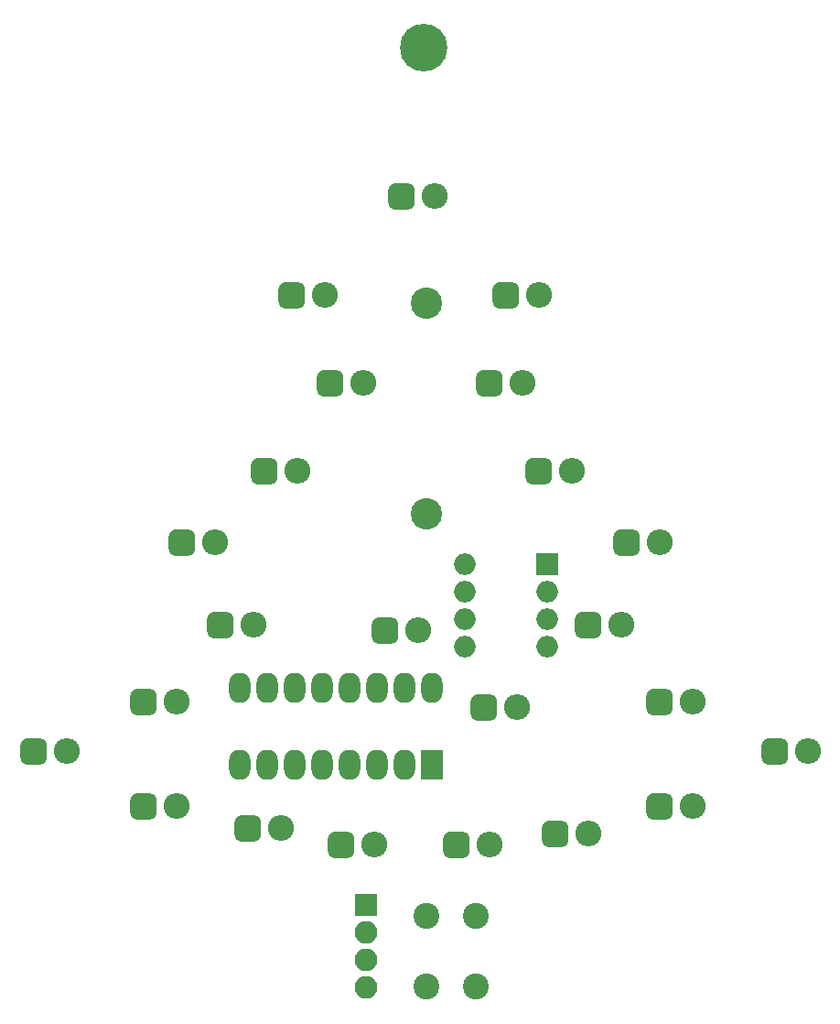
<source format=gbr>
G04 #@! TF.GenerationSoftware,KiCad,Pcbnew,(5.0.0)*
G04 #@! TF.CreationDate,2019-09-06T15:04:35-04:00*
G04 #@! TF.ProjectId,Christmas Tree,4368726973746D617320547265652E6B,rev?*
G04 #@! TF.SameCoordinates,Original*
G04 #@! TF.FileFunction,Soldermask,Bot*
G04 #@! TF.FilePolarity,Negative*
%FSLAX46Y46*%
G04 Gerber Fmt 4.6, Leading zero omitted, Abs format (unit mm)*
G04 Created by KiCad (PCBNEW (5.0.0)) date 09/06/19 15:04:35*
%MOMM*%
%LPD*%
G01*
G04 APERTURE LIST*
%ADD10C,2.900000*%
%ADD11C,2.400000*%
%ADD12R,2.000000X2.000000*%
%ADD13O,2.000000X2.000000*%
%ADD14C,4.400000*%
%ADD15C,0.100000*%
%ADD16O,2.400000X2.400000*%
%ADD17R,2.000000X2.800000*%
%ADD18O,2.000000X2.800000*%
%ADD19O,2.100000X2.100000*%
%ADD20R,2.100000X2.100000*%
G04 APERTURE END LIST*
D10*
G04 #@! TO.C,Battery1*
X133096000Y-100456000D03*
X133096000Y-80956000D03*
G04 #@! TD*
D11*
G04 #@! TO.C,BTN1*
X133168000Y-137668000D03*
X137668000Y-137668000D03*
X133168000Y-144168000D03*
X137668000Y-144168000D03*
G04 #@! TD*
D12*
G04 #@! TO.C,Tiny85*
X144272000Y-105156000D03*
D13*
X136652000Y-112776000D03*
X144272000Y-107696000D03*
X136652000Y-110236000D03*
X144272000Y-110236000D03*
X136652000Y-107696000D03*
X144272000Y-112776000D03*
X136652000Y-105156000D03*
G04 #@! TD*
D14*
G04 #@! TO.C,HOOK*
X132842000Y-57364000D03*
G04 #@! TD*
D15*
G04 #@! TO.C,D1*
G36*
X125884810Y-129866889D02*
X125943054Y-129875529D01*
X126000171Y-129889836D01*
X126055610Y-129909672D01*
X126108838Y-129934847D01*
X126159342Y-129965118D01*
X126206636Y-130000194D01*
X126250264Y-130039736D01*
X126289806Y-130083364D01*
X126324882Y-130130658D01*
X126355153Y-130181162D01*
X126380328Y-130234390D01*
X126400164Y-130289829D01*
X126414471Y-130346946D01*
X126423111Y-130405190D01*
X126426000Y-130464000D01*
X126426000Y-131664000D01*
X126423111Y-131722810D01*
X126414471Y-131781054D01*
X126400164Y-131838171D01*
X126380328Y-131893610D01*
X126355153Y-131946838D01*
X126324882Y-131997342D01*
X126289806Y-132044636D01*
X126250264Y-132088264D01*
X126206636Y-132127806D01*
X126159342Y-132162882D01*
X126108838Y-132193153D01*
X126055610Y-132218328D01*
X126000171Y-132238164D01*
X125943054Y-132252471D01*
X125884810Y-132261111D01*
X125826000Y-132264000D01*
X124626000Y-132264000D01*
X124567190Y-132261111D01*
X124508946Y-132252471D01*
X124451829Y-132238164D01*
X124396390Y-132218328D01*
X124343162Y-132193153D01*
X124292658Y-132162882D01*
X124245364Y-132127806D01*
X124201736Y-132088264D01*
X124162194Y-132044636D01*
X124127118Y-131997342D01*
X124096847Y-131946838D01*
X124071672Y-131893610D01*
X124051836Y-131838171D01*
X124037529Y-131781054D01*
X124028889Y-131722810D01*
X124026000Y-131664000D01*
X124026000Y-130464000D01*
X124028889Y-130405190D01*
X124037529Y-130346946D01*
X124051836Y-130289829D01*
X124071672Y-130234390D01*
X124096847Y-130181162D01*
X124127118Y-130130658D01*
X124162194Y-130083364D01*
X124201736Y-130039736D01*
X124245364Y-130000194D01*
X124292658Y-129965118D01*
X124343162Y-129934847D01*
X124396390Y-129909672D01*
X124451829Y-129889836D01*
X124508946Y-129875529D01*
X124567190Y-129866889D01*
X124626000Y-129864000D01*
X125826000Y-129864000D01*
X125884810Y-129866889D01*
X125884810Y-129866889D01*
G37*
D11*
X125226000Y-131064000D03*
D16*
X128266000Y-131064000D03*
G04 #@! TD*
G04 #@! TO.C,D2*
X119630000Y-129540000D03*
D15*
G36*
X117248810Y-128342889D02*
X117307054Y-128351529D01*
X117364171Y-128365836D01*
X117419610Y-128385672D01*
X117472838Y-128410847D01*
X117523342Y-128441118D01*
X117570636Y-128476194D01*
X117614264Y-128515736D01*
X117653806Y-128559364D01*
X117688882Y-128606658D01*
X117719153Y-128657162D01*
X117744328Y-128710390D01*
X117764164Y-128765829D01*
X117778471Y-128822946D01*
X117787111Y-128881190D01*
X117790000Y-128940000D01*
X117790000Y-130140000D01*
X117787111Y-130198810D01*
X117778471Y-130257054D01*
X117764164Y-130314171D01*
X117744328Y-130369610D01*
X117719153Y-130422838D01*
X117688882Y-130473342D01*
X117653806Y-130520636D01*
X117614264Y-130564264D01*
X117570636Y-130603806D01*
X117523342Y-130638882D01*
X117472838Y-130669153D01*
X117419610Y-130694328D01*
X117364171Y-130714164D01*
X117307054Y-130728471D01*
X117248810Y-130737111D01*
X117190000Y-130740000D01*
X115990000Y-130740000D01*
X115931190Y-130737111D01*
X115872946Y-130728471D01*
X115815829Y-130714164D01*
X115760390Y-130694328D01*
X115707162Y-130669153D01*
X115656658Y-130638882D01*
X115609364Y-130603806D01*
X115565736Y-130564264D01*
X115526194Y-130520636D01*
X115491118Y-130473342D01*
X115460847Y-130422838D01*
X115435672Y-130369610D01*
X115415836Y-130314171D01*
X115401529Y-130257054D01*
X115392889Y-130198810D01*
X115390000Y-130140000D01*
X115390000Y-128940000D01*
X115392889Y-128881190D01*
X115401529Y-128822946D01*
X115415836Y-128765829D01*
X115435672Y-128710390D01*
X115460847Y-128657162D01*
X115491118Y-128606658D01*
X115526194Y-128559364D01*
X115565736Y-128515736D01*
X115609364Y-128476194D01*
X115656658Y-128441118D01*
X115707162Y-128410847D01*
X115760390Y-128385672D01*
X115815829Y-128365836D01*
X115872946Y-128351529D01*
X115931190Y-128342889D01*
X115990000Y-128340000D01*
X117190000Y-128340000D01*
X117248810Y-128342889D01*
X117248810Y-128342889D01*
G37*
D11*
X116590000Y-129540000D03*
G04 #@! TD*
D15*
G04 #@! TO.C,D3*
G36*
X107596810Y-126310889D02*
X107655054Y-126319529D01*
X107712171Y-126333836D01*
X107767610Y-126353672D01*
X107820838Y-126378847D01*
X107871342Y-126409118D01*
X107918636Y-126444194D01*
X107962264Y-126483736D01*
X108001806Y-126527364D01*
X108036882Y-126574658D01*
X108067153Y-126625162D01*
X108092328Y-126678390D01*
X108112164Y-126733829D01*
X108126471Y-126790946D01*
X108135111Y-126849190D01*
X108138000Y-126908000D01*
X108138000Y-128108000D01*
X108135111Y-128166810D01*
X108126471Y-128225054D01*
X108112164Y-128282171D01*
X108092328Y-128337610D01*
X108067153Y-128390838D01*
X108036882Y-128441342D01*
X108001806Y-128488636D01*
X107962264Y-128532264D01*
X107918636Y-128571806D01*
X107871342Y-128606882D01*
X107820838Y-128637153D01*
X107767610Y-128662328D01*
X107712171Y-128682164D01*
X107655054Y-128696471D01*
X107596810Y-128705111D01*
X107538000Y-128708000D01*
X106338000Y-128708000D01*
X106279190Y-128705111D01*
X106220946Y-128696471D01*
X106163829Y-128682164D01*
X106108390Y-128662328D01*
X106055162Y-128637153D01*
X106004658Y-128606882D01*
X105957364Y-128571806D01*
X105913736Y-128532264D01*
X105874194Y-128488636D01*
X105839118Y-128441342D01*
X105808847Y-128390838D01*
X105783672Y-128337610D01*
X105763836Y-128282171D01*
X105749529Y-128225054D01*
X105740889Y-128166810D01*
X105738000Y-128108000D01*
X105738000Y-126908000D01*
X105740889Y-126849190D01*
X105749529Y-126790946D01*
X105763836Y-126733829D01*
X105783672Y-126678390D01*
X105808847Y-126625162D01*
X105839118Y-126574658D01*
X105874194Y-126527364D01*
X105913736Y-126483736D01*
X105957364Y-126444194D01*
X106004658Y-126409118D01*
X106055162Y-126378847D01*
X106108390Y-126353672D01*
X106163829Y-126333836D01*
X106220946Y-126319529D01*
X106279190Y-126310889D01*
X106338000Y-126308000D01*
X107538000Y-126308000D01*
X107596810Y-126310889D01*
X107596810Y-126310889D01*
G37*
D11*
X106938000Y-127508000D03*
D16*
X109978000Y-127508000D03*
G04 #@! TD*
G04 #@! TO.C,D4*
X99818000Y-122428000D03*
D15*
G36*
X97436810Y-121230889D02*
X97495054Y-121239529D01*
X97552171Y-121253836D01*
X97607610Y-121273672D01*
X97660838Y-121298847D01*
X97711342Y-121329118D01*
X97758636Y-121364194D01*
X97802264Y-121403736D01*
X97841806Y-121447364D01*
X97876882Y-121494658D01*
X97907153Y-121545162D01*
X97932328Y-121598390D01*
X97952164Y-121653829D01*
X97966471Y-121710946D01*
X97975111Y-121769190D01*
X97978000Y-121828000D01*
X97978000Y-123028000D01*
X97975111Y-123086810D01*
X97966471Y-123145054D01*
X97952164Y-123202171D01*
X97932328Y-123257610D01*
X97907153Y-123310838D01*
X97876882Y-123361342D01*
X97841806Y-123408636D01*
X97802264Y-123452264D01*
X97758636Y-123491806D01*
X97711342Y-123526882D01*
X97660838Y-123557153D01*
X97607610Y-123582328D01*
X97552171Y-123602164D01*
X97495054Y-123616471D01*
X97436810Y-123625111D01*
X97378000Y-123628000D01*
X96178000Y-123628000D01*
X96119190Y-123625111D01*
X96060946Y-123616471D01*
X96003829Y-123602164D01*
X95948390Y-123582328D01*
X95895162Y-123557153D01*
X95844658Y-123526882D01*
X95797364Y-123491806D01*
X95753736Y-123452264D01*
X95714194Y-123408636D01*
X95679118Y-123361342D01*
X95648847Y-123310838D01*
X95623672Y-123257610D01*
X95603836Y-123202171D01*
X95589529Y-123145054D01*
X95580889Y-123086810D01*
X95578000Y-123028000D01*
X95578000Y-121828000D01*
X95580889Y-121769190D01*
X95589529Y-121710946D01*
X95603836Y-121653829D01*
X95623672Y-121598390D01*
X95648847Y-121545162D01*
X95679118Y-121494658D01*
X95714194Y-121447364D01*
X95753736Y-121403736D01*
X95797364Y-121364194D01*
X95844658Y-121329118D01*
X95895162Y-121298847D01*
X95948390Y-121273672D01*
X96003829Y-121253836D01*
X96060946Y-121239529D01*
X96119190Y-121230889D01*
X96178000Y-121228000D01*
X97378000Y-121228000D01*
X97436810Y-121230889D01*
X97436810Y-121230889D01*
G37*
D11*
X96778000Y-122428000D03*
G04 #@! TD*
D15*
G04 #@! TO.C,D5*
G36*
X107596810Y-116658889D02*
X107655054Y-116667529D01*
X107712171Y-116681836D01*
X107767610Y-116701672D01*
X107820838Y-116726847D01*
X107871342Y-116757118D01*
X107918636Y-116792194D01*
X107962264Y-116831736D01*
X108001806Y-116875364D01*
X108036882Y-116922658D01*
X108067153Y-116973162D01*
X108092328Y-117026390D01*
X108112164Y-117081829D01*
X108126471Y-117138946D01*
X108135111Y-117197190D01*
X108138000Y-117256000D01*
X108138000Y-118456000D01*
X108135111Y-118514810D01*
X108126471Y-118573054D01*
X108112164Y-118630171D01*
X108092328Y-118685610D01*
X108067153Y-118738838D01*
X108036882Y-118789342D01*
X108001806Y-118836636D01*
X107962264Y-118880264D01*
X107918636Y-118919806D01*
X107871342Y-118954882D01*
X107820838Y-118985153D01*
X107767610Y-119010328D01*
X107712171Y-119030164D01*
X107655054Y-119044471D01*
X107596810Y-119053111D01*
X107538000Y-119056000D01*
X106338000Y-119056000D01*
X106279190Y-119053111D01*
X106220946Y-119044471D01*
X106163829Y-119030164D01*
X106108390Y-119010328D01*
X106055162Y-118985153D01*
X106004658Y-118954882D01*
X105957364Y-118919806D01*
X105913736Y-118880264D01*
X105874194Y-118836636D01*
X105839118Y-118789342D01*
X105808847Y-118738838D01*
X105783672Y-118685610D01*
X105763836Y-118630171D01*
X105749529Y-118573054D01*
X105740889Y-118514810D01*
X105738000Y-118456000D01*
X105738000Y-117256000D01*
X105740889Y-117197190D01*
X105749529Y-117138946D01*
X105763836Y-117081829D01*
X105783672Y-117026390D01*
X105808847Y-116973162D01*
X105839118Y-116922658D01*
X105874194Y-116875364D01*
X105913736Y-116831736D01*
X105957364Y-116792194D01*
X106004658Y-116757118D01*
X106055162Y-116726847D01*
X106108390Y-116701672D01*
X106163829Y-116681836D01*
X106220946Y-116667529D01*
X106279190Y-116658889D01*
X106338000Y-116656000D01*
X107538000Y-116656000D01*
X107596810Y-116658889D01*
X107596810Y-116658889D01*
G37*
D11*
X106938000Y-117856000D03*
D16*
X109978000Y-117856000D03*
G04 #@! TD*
G04 #@! TO.C,D6*
X117090000Y-110744000D03*
D15*
G36*
X114708810Y-109546889D02*
X114767054Y-109555529D01*
X114824171Y-109569836D01*
X114879610Y-109589672D01*
X114932838Y-109614847D01*
X114983342Y-109645118D01*
X115030636Y-109680194D01*
X115074264Y-109719736D01*
X115113806Y-109763364D01*
X115148882Y-109810658D01*
X115179153Y-109861162D01*
X115204328Y-109914390D01*
X115224164Y-109969829D01*
X115238471Y-110026946D01*
X115247111Y-110085190D01*
X115250000Y-110144000D01*
X115250000Y-111344000D01*
X115247111Y-111402810D01*
X115238471Y-111461054D01*
X115224164Y-111518171D01*
X115204328Y-111573610D01*
X115179153Y-111626838D01*
X115148882Y-111677342D01*
X115113806Y-111724636D01*
X115074264Y-111768264D01*
X115030636Y-111807806D01*
X114983342Y-111842882D01*
X114932838Y-111873153D01*
X114879610Y-111898328D01*
X114824171Y-111918164D01*
X114767054Y-111932471D01*
X114708810Y-111941111D01*
X114650000Y-111944000D01*
X113450000Y-111944000D01*
X113391190Y-111941111D01*
X113332946Y-111932471D01*
X113275829Y-111918164D01*
X113220390Y-111898328D01*
X113167162Y-111873153D01*
X113116658Y-111842882D01*
X113069364Y-111807806D01*
X113025736Y-111768264D01*
X112986194Y-111724636D01*
X112951118Y-111677342D01*
X112920847Y-111626838D01*
X112895672Y-111573610D01*
X112875836Y-111518171D01*
X112861529Y-111461054D01*
X112852889Y-111402810D01*
X112850000Y-111344000D01*
X112850000Y-110144000D01*
X112852889Y-110085190D01*
X112861529Y-110026946D01*
X112875836Y-109969829D01*
X112895672Y-109914390D01*
X112920847Y-109861162D01*
X112951118Y-109810658D01*
X112986194Y-109763364D01*
X113025736Y-109719736D01*
X113069364Y-109680194D01*
X113116658Y-109645118D01*
X113167162Y-109614847D01*
X113220390Y-109589672D01*
X113275829Y-109569836D01*
X113332946Y-109555529D01*
X113391190Y-109546889D01*
X113450000Y-109544000D01*
X114650000Y-109544000D01*
X114708810Y-109546889D01*
X114708810Y-109546889D01*
G37*
D11*
X114050000Y-110744000D03*
G04 #@! TD*
D15*
G04 #@! TO.C,D7*
G36*
X111152810Y-101926889D02*
X111211054Y-101935529D01*
X111268171Y-101949836D01*
X111323610Y-101969672D01*
X111376838Y-101994847D01*
X111427342Y-102025118D01*
X111474636Y-102060194D01*
X111518264Y-102099736D01*
X111557806Y-102143364D01*
X111592882Y-102190658D01*
X111623153Y-102241162D01*
X111648328Y-102294390D01*
X111668164Y-102349829D01*
X111682471Y-102406946D01*
X111691111Y-102465190D01*
X111694000Y-102524000D01*
X111694000Y-103724000D01*
X111691111Y-103782810D01*
X111682471Y-103841054D01*
X111668164Y-103898171D01*
X111648328Y-103953610D01*
X111623153Y-104006838D01*
X111592882Y-104057342D01*
X111557806Y-104104636D01*
X111518264Y-104148264D01*
X111474636Y-104187806D01*
X111427342Y-104222882D01*
X111376838Y-104253153D01*
X111323610Y-104278328D01*
X111268171Y-104298164D01*
X111211054Y-104312471D01*
X111152810Y-104321111D01*
X111094000Y-104324000D01*
X109894000Y-104324000D01*
X109835190Y-104321111D01*
X109776946Y-104312471D01*
X109719829Y-104298164D01*
X109664390Y-104278328D01*
X109611162Y-104253153D01*
X109560658Y-104222882D01*
X109513364Y-104187806D01*
X109469736Y-104148264D01*
X109430194Y-104104636D01*
X109395118Y-104057342D01*
X109364847Y-104006838D01*
X109339672Y-103953610D01*
X109319836Y-103898171D01*
X109305529Y-103841054D01*
X109296889Y-103782810D01*
X109294000Y-103724000D01*
X109294000Y-102524000D01*
X109296889Y-102465190D01*
X109305529Y-102406946D01*
X109319836Y-102349829D01*
X109339672Y-102294390D01*
X109364847Y-102241162D01*
X109395118Y-102190658D01*
X109430194Y-102143364D01*
X109469736Y-102099736D01*
X109513364Y-102060194D01*
X109560658Y-102025118D01*
X109611162Y-101994847D01*
X109664390Y-101969672D01*
X109719829Y-101949836D01*
X109776946Y-101935529D01*
X109835190Y-101926889D01*
X109894000Y-101924000D01*
X111094000Y-101924000D01*
X111152810Y-101926889D01*
X111152810Y-101926889D01*
G37*
D11*
X110494000Y-103124000D03*
D16*
X113534000Y-103124000D03*
G04 #@! TD*
G04 #@! TO.C,D8*
X121154000Y-96520000D03*
D15*
G36*
X118772810Y-95322889D02*
X118831054Y-95331529D01*
X118888171Y-95345836D01*
X118943610Y-95365672D01*
X118996838Y-95390847D01*
X119047342Y-95421118D01*
X119094636Y-95456194D01*
X119138264Y-95495736D01*
X119177806Y-95539364D01*
X119212882Y-95586658D01*
X119243153Y-95637162D01*
X119268328Y-95690390D01*
X119288164Y-95745829D01*
X119302471Y-95802946D01*
X119311111Y-95861190D01*
X119314000Y-95920000D01*
X119314000Y-97120000D01*
X119311111Y-97178810D01*
X119302471Y-97237054D01*
X119288164Y-97294171D01*
X119268328Y-97349610D01*
X119243153Y-97402838D01*
X119212882Y-97453342D01*
X119177806Y-97500636D01*
X119138264Y-97544264D01*
X119094636Y-97583806D01*
X119047342Y-97618882D01*
X118996838Y-97649153D01*
X118943610Y-97674328D01*
X118888171Y-97694164D01*
X118831054Y-97708471D01*
X118772810Y-97717111D01*
X118714000Y-97720000D01*
X117514000Y-97720000D01*
X117455190Y-97717111D01*
X117396946Y-97708471D01*
X117339829Y-97694164D01*
X117284390Y-97674328D01*
X117231162Y-97649153D01*
X117180658Y-97618882D01*
X117133364Y-97583806D01*
X117089736Y-97544264D01*
X117050194Y-97500636D01*
X117015118Y-97453342D01*
X116984847Y-97402838D01*
X116959672Y-97349610D01*
X116939836Y-97294171D01*
X116925529Y-97237054D01*
X116916889Y-97178810D01*
X116914000Y-97120000D01*
X116914000Y-95920000D01*
X116916889Y-95861190D01*
X116925529Y-95802946D01*
X116939836Y-95745829D01*
X116959672Y-95690390D01*
X116984847Y-95637162D01*
X117015118Y-95586658D01*
X117050194Y-95539364D01*
X117089736Y-95495736D01*
X117133364Y-95456194D01*
X117180658Y-95421118D01*
X117231162Y-95390847D01*
X117284390Y-95365672D01*
X117339829Y-95345836D01*
X117396946Y-95331529D01*
X117455190Y-95322889D01*
X117514000Y-95320000D01*
X118714000Y-95320000D01*
X118772810Y-95322889D01*
X118772810Y-95322889D01*
G37*
D11*
X118114000Y-96520000D03*
G04 #@! TD*
D15*
G04 #@! TO.C,D9*
G36*
X124868810Y-87194889D02*
X124927054Y-87203529D01*
X124984171Y-87217836D01*
X125039610Y-87237672D01*
X125092838Y-87262847D01*
X125143342Y-87293118D01*
X125190636Y-87328194D01*
X125234264Y-87367736D01*
X125273806Y-87411364D01*
X125308882Y-87458658D01*
X125339153Y-87509162D01*
X125364328Y-87562390D01*
X125384164Y-87617829D01*
X125398471Y-87674946D01*
X125407111Y-87733190D01*
X125410000Y-87792000D01*
X125410000Y-88992000D01*
X125407111Y-89050810D01*
X125398471Y-89109054D01*
X125384164Y-89166171D01*
X125364328Y-89221610D01*
X125339153Y-89274838D01*
X125308882Y-89325342D01*
X125273806Y-89372636D01*
X125234264Y-89416264D01*
X125190636Y-89455806D01*
X125143342Y-89490882D01*
X125092838Y-89521153D01*
X125039610Y-89546328D01*
X124984171Y-89566164D01*
X124927054Y-89580471D01*
X124868810Y-89589111D01*
X124810000Y-89592000D01*
X123610000Y-89592000D01*
X123551190Y-89589111D01*
X123492946Y-89580471D01*
X123435829Y-89566164D01*
X123380390Y-89546328D01*
X123327162Y-89521153D01*
X123276658Y-89490882D01*
X123229364Y-89455806D01*
X123185736Y-89416264D01*
X123146194Y-89372636D01*
X123111118Y-89325342D01*
X123080847Y-89274838D01*
X123055672Y-89221610D01*
X123035836Y-89166171D01*
X123021529Y-89109054D01*
X123012889Y-89050810D01*
X123010000Y-88992000D01*
X123010000Y-87792000D01*
X123012889Y-87733190D01*
X123021529Y-87674946D01*
X123035836Y-87617829D01*
X123055672Y-87562390D01*
X123080847Y-87509162D01*
X123111118Y-87458658D01*
X123146194Y-87411364D01*
X123185736Y-87367736D01*
X123229364Y-87328194D01*
X123276658Y-87293118D01*
X123327162Y-87262847D01*
X123380390Y-87237672D01*
X123435829Y-87217836D01*
X123492946Y-87203529D01*
X123551190Y-87194889D01*
X123610000Y-87192000D01*
X124810000Y-87192000D01*
X124868810Y-87194889D01*
X124868810Y-87194889D01*
G37*
D11*
X124210000Y-88392000D03*
D16*
X127250000Y-88392000D03*
G04 #@! TD*
D15*
G04 #@! TO.C,D10*
G36*
X121312810Y-79066889D02*
X121371054Y-79075529D01*
X121428171Y-79089836D01*
X121483610Y-79109672D01*
X121536838Y-79134847D01*
X121587342Y-79165118D01*
X121634636Y-79200194D01*
X121678264Y-79239736D01*
X121717806Y-79283364D01*
X121752882Y-79330658D01*
X121783153Y-79381162D01*
X121808328Y-79434390D01*
X121828164Y-79489829D01*
X121842471Y-79546946D01*
X121851111Y-79605190D01*
X121854000Y-79664000D01*
X121854000Y-80864000D01*
X121851111Y-80922810D01*
X121842471Y-80981054D01*
X121828164Y-81038171D01*
X121808328Y-81093610D01*
X121783153Y-81146838D01*
X121752882Y-81197342D01*
X121717806Y-81244636D01*
X121678264Y-81288264D01*
X121634636Y-81327806D01*
X121587342Y-81362882D01*
X121536838Y-81393153D01*
X121483610Y-81418328D01*
X121428171Y-81438164D01*
X121371054Y-81452471D01*
X121312810Y-81461111D01*
X121254000Y-81464000D01*
X120054000Y-81464000D01*
X119995190Y-81461111D01*
X119936946Y-81452471D01*
X119879829Y-81438164D01*
X119824390Y-81418328D01*
X119771162Y-81393153D01*
X119720658Y-81362882D01*
X119673364Y-81327806D01*
X119629736Y-81288264D01*
X119590194Y-81244636D01*
X119555118Y-81197342D01*
X119524847Y-81146838D01*
X119499672Y-81093610D01*
X119479836Y-81038171D01*
X119465529Y-80981054D01*
X119456889Y-80922810D01*
X119454000Y-80864000D01*
X119454000Y-79664000D01*
X119456889Y-79605190D01*
X119465529Y-79546946D01*
X119479836Y-79489829D01*
X119499672Y-79434390D01*
X119524847Y-79381162D01*
X119555118Y-79330658D01*
X119590194Y-79283364D01*
X119629736Y-79239736D01*
X119673364Y-79200194D01*
X119720658Y-79165118D01*
X119771162Y-79134847D01*
X119824390Y-79109672D01*
X119879829Y-79089836D01*
X119936946Y-79075529D01*
X119995190Y-79066889D01*
X120054000Y-79064000D01*
X121254000Y-79064000D01*
X121312810Y-79066889D01*
X121312810Y-79066889D01*
G37*
D11*
X120654000Y-80264000D03*
D16*
X123694000Y-80264000D03*
G04 #@! TD*
G04 #@! TO.C,D11*
X133854000Y-71120000D03*
D15*
G36*
X131472810Y-69922889D02*
X131531054Y-69931529D01*
X131588171Y-69945836D01*
X131643610Y-69965672D01*
X131696838Y-69990847D01*
X131747342Y-70021118D01*
X131794636Y-70056194D01*
X131838264Y-70095736D01*
X131877806Y-70139364D01*
X131912882Y-70186658D01*
X131943153Y-70237162D01*
X131968328Y-70290390D01*
X131988164Y-70345829D01*
X132002471Y-70402946D01*
X132011111Y-70461190D01*
X132014000Y-70520000D01*
X132014000Y-71720000D01*
X132011111Y-71778810D01*
X132002471Y-71837054D01*
X131988164Y-71894171D01*
X131968328Y-71949610D01*
X131943153Y-72002838D01*
X131912882Y-72053342D01*
X131877806Y-72100636D01*
X131838264Y-72144264D01*
X131794636Y-72183806D01*
X131747342Y-72218882D01*
X131696838Y-72249153D01*
X131643610Y-72274328D01*
X131588171Y-72294164D01*
X131531054Y-72308471D01*
X131472810Y-72317111D01*
X131414000Y-72320000D01*
X130214000Y-72320000D01*
X130155190Y-72317111D01*
X130096946Y-72308471D01*
X130039829Y-72294164D01*
X129984390Y-72274328D01*
X129931162Y-72249153D01*
X129880658Y-72218882D01*
X129833364Y-72183806D01*
X129789736Y-72144264D01*
X129750194Y-72100636D01*
X129715118Y-72053342D01*
X129684847Y-72002838D01*
X129659672Y-71949610D01*
X129639836Y-71894171D01*
X129625529Y-71837054D01*
X129616889Y-71778810D01*
X129614000Y-71720000D01*
X129614000Y-70520000D01*
X129616889Y-70461190D01*
X129625529Y-70402946D01*
X129639836Y-70345829D01*
X129659672Y-70290390D01*
X129684847Y-70237162D01*
X129715118Y-70186658D01*
X129750194Y-70139364D01*
X129789736Y-70095736D01*
X129833364Y-70056194D01*
X129880658Y-70021118D01*
X129931162Y-69990847D01*
X129984390Y-69965672D01*
X130039829Y-69945836D01*
X130096946Y-69931529D01*
X130155190Y-69922889D01*
X130214000Y-69920000D01*
X131414000Y-69920000D01*
X131472810Y-69922889D01*
X131472810Y-69922889D01*
G37*
D11*
X130814000Y-71120000D03*
G04 #@! TD*
D15*
G04 #@! TO.C,D12*
G36*
X141124810Y-79066889D02*
X141183054Y-79075529D01*
X141240171Y-79089836D01*
X141295610Y-79109672D01*
X141348838Y-79134847D01*
X141399342Y-79165118D01*
X141446636Y-79200194D01*
X141490264Y-79239736D01*
X141529806Y-79283364D01*
X141564882Y-79330658D01*
X141595153Y-79381162D01*
X141620328Y-79434390D01*
X141640164Y-79489829D01*
X141654471Y-79546946D01*
X141663111Y-79605190D01*
X141666000Y-79664000D01*
X141666000Y-80864000D01*
X141663111Y-80922810D01*
X141654471Y-80981054D01*
X141640164Y-81038171D01*
X141620328Y-81093610D01*
X141595153Y-81146838D01*
X141564882Y-81197342D01*
X141529806Y-81244636D01*
X141490264Y-81288264D01*
X141446636Y-81327806D01*
X141399342Y-81362882D01*
X141348838Y-81393153D01*
X141295610Y-81418328D01*
X141240171Y-81438164D01*
X141183054Y-81452471D01*
X141124810Y-81461111D01*
X141066000Y-81464000D01*
X139866000Y-81464000D01*
X139807190Y-81461111D01*
X139748946Y-81452471D01*
X139691829Y-81438164D01*
X139636390Y-81418328D01*
X139583162Y-81393153D01*
X139532658Y-81362882D01*
X139485364Y-81327806D01*
X139441736Y-81288264D01*
X139402194Y-81244636D01*
X139367118Y-81197342D01*
X139336847Y-81146838D01*
X139311672Y-81093610D01*
X139291836Y-81038171D01*
X139277529Y-80981054D01*
X139268889Y-80922810D01*
X139266000Y-80864000D01*
X139266000Y-79664000D01*
X139268889Y-79605190D01*
X139277529Y-79546946D01*
X139291836Y-79489829D01*
X139311672Y-79434390D01*
X139336847Y-79381162D01*
X139367118Y-79330658D01*
X139402194Y-79283364D01*
X139441736Y-79239736D01*
X139485364Y-79200194D01*
X139532658Y-79165118D01*
X139583162Y-79134847D01*
X139636390Y-79109672D01*
X139691829Y-79089836D01*
X139748946Y-79075529D01*
X139807190Y-79066889D01*
X139866000Y-79064000D01*
X141066000Y-79064000D01*
X141124810Y-79066889D01*
X141124810Y-79066889D01*
G37*
D11*
X140466000Y-80264000D03*
D16*
X143506000Y-80264000D03*
G04 #@! TD*
G04 #@! TO.C,D13*
X141982000Y-88392000D03*
D15*
G36*
X139600810Y-87194889D02*
X139659054Y-87203529D01*
X139716171Y-87217836D01*
X139771610Y-87237672D01*
X139824838Y-87262847D01*
X139875342Y-87293118D01*
X139922636Y-87328194D01*
X139966264Y-87367736D01*
X140005806Y-87411364D01*
X140040882Y-87458658D01*
X140071153Y-87509162D01*
X140096328Y-87562390D01*
X140116164Y-87617829D01*
X140130471Y-87674946D01*
X140139111Y-87733190D01*
X140142000Y-87792000D01*
X140142000Y-88992000D01*
X140139111Y-89050810D01*
X140130471Y-89109054D01*
X140116164Y-89166171D01*
X140096328Y-89221610D01*
X140071153Y-89274838D01*
X140040882Y-89325342D01*
X140005806Y-89372636D01*
X139966264Y-89416264D01*
X139922636Y-89455806D01*
X139875342Y-89490882D01*
X139824838Y-89521153D01*
X139771610Y-89546328D01*
X139716171Y-89566164D01*
X139659054Y-89580471D01*
X139600810Y-89589111D01*
X139542000Y-89592000D01*
X138342000Y-89592000D01*
X138283190Y-89589111D01*
X138224946Y-89580471D01*
X138167829Y-89566164D01*
X138112390Y-89546328D01*
X138059162Y-89521153D01*
X138008658Y-89490882D01*
X137961364Y-89455806D01*
X137917736Y-89416264D01*
X137878194Y-89372636D01*
X137843118Y-89325342D01*
X137812847Y-89274838D01*
X137787672Y-89221610D01*
X137767836Y-89166171D01*
X137753529Y-89109054D01*
X137744889Y-89050810D01*
X137742000Y-88992000D01*
X137742000Y-87792000D01*
X137744889Y-87733190D01*
X137753529Y-87674946D01*
X137767836Y-87617829D01*
X137787672Y-87562390D01*
X137812847Y-87509162D01*
X137843118Y-87458658D01*
X137878194Y-87411364D01*
X137917736Y-87367736D01*
X137961364Y-87328194D01*
X138008658Y-87293118D01*
X138059162Y-87262847D01*
X138112390Y-87237672D01*
X138167829Y-87217836D01*
X138224946Y-87203529D01*
X138283190Y-87194889D01*
X138342000Y-87192000D01*
X139542000Y-87192000D01*
X139600810Y-87194889D01*
X139600810Y-87194889D01*
G37*
D11*
X138942000Y-88392000D03*
G04 #@! TD*
D15*
G04 #@! TO.C,D14*
G36*
X144172810Y-95322889D02*
X144231054Y-95331529D01*
X144288171Y-95345836D01*
X144343610Y-95365672D01*
X144396838Y-95390847D01*
X144447342Y-95421118D01*
X144494636Y-95456194D01*
X144538264Y-95495736D01*
X144577806Y-95539364D01*
X144612882Y-95586658D01*
X144643153Y-95637162D01*
X144668328Y-95690390D01*
X144688164Y-95745829D01*
X144702471Y-95802946D01*
X144711111Y-95861190D01*
X144714000Y-95920000D01*
X144714000Y-97120000D01*
X144711111Y-97178810D01*
X144702471Y-97237054D01*
X144688164Y-97294171D01*
X144668328Y-97349610D01*
X144643153Y-97402838D01*
X144612882Y-97453342D01*
X144577806Y-97500636D01*
X144538264Y-97544264D01*
X144494636Y-97583806D01*
X144447342Y-97618882D01*
X144396838Y-97649153D01*
X144343610Y-97674328D01*
X144288171Y-97694164D01*
X144231054Y-97708471D01*
X144172810Y-97717111D01*
X144114000Y-97720000D01*
X142914000Y-97720000D01*
X142855190Y-97717111D01*
X142796946Y-97708471D01*
X142739829Y-97694164D01*
X142684390Y-97674328D01*
X142631162Y-97649153D01*
X142580658Y-97618882D01*
X142533364Y-97583806D01*
X142489736Y-97544264D01*
X142450194Y-97500636D01*
X142415118Y-97453342D01*
X142384847Y-97402838D01*
X142359672Y-97349610D01*
X142339836Y-97294171D01*
X142325529Y-97237054D01*
X142316889Y-97178810D01*
X142314000Y-97120000D01*
X142314000Y-95920000D01*
X142316889Y-95861190D01*
X142325529Y-95802946D01*
X142339836Y-95745829D01*
X142359672Y-95690390D01*
X142384847Y-95637162D01*
X142415118Y-95586658D01*
X142450194Y-95539364D01*
X142489736Y-95495736D01*
X142533364Y-95456194D01*
X142580658Y-95421118D01*
X142631162Y-95390847D01*
X142684390Y-95365672D01*
X142739829Y-95345836D01*
X142796946Y-95331529D01*
X142855190Y-95322889D01*
X142914000Y-95320000D01*
X144114000Y-95320000D01*
X144172810Y-95322889D01*
X144172810Y-95322889D01*
G37*
D11*
X143514000Y-96520000D03*
D16*
X146554000Y-96520000D03*
G04 #@! TD*
G04 #@! TO.C,D15*
X154682000Y-103124000D03*
D15*
G36*
X152300810Y-101926889D02*
X152359054Y-101935529D01*
X152416171Y-101949836D01*
X152471610Y-101969672D01*
X152524838Y-101994847D01*
X152575342Y-102025118D01*
X152622636Y-102060194D01*
X152666264Y-102099736D01*
X152705806Y-102143364D01*
X152740882Y-102190658D01*
X152771153Y-102241162D01*
X152796328Y-102294390D01*
X152816164Y-102349829D01*
X152830471Y-102406946D01*
X152839111Y-102465190D01*
X152842000Y-102524000D01*
X152842000Y-103724000D01*
X152839111Y-103782810D01*
X152830471Y-103841054D01*
X152816164Y-103898171D01*
X152796328Y-103953610D01*
X152771153Y-104006838D01*
X152740882Y-104057342D01*
X152705806Y-104104636D01*
X152666264Y-104148264D01*
X152622636Y-104187806D01*
X152575342Y-104222882D01*
X152524838Y-104253153D01*
X152471610Y-104278328D01*
X152416171Y-104298164D01*
X152359054Y-104312471D01*
X152300810Y-104321111D01*
X152242000Y-104324000D01*
X151042000Y-104324000D01*
X150983190Y-104321111D01*
X150924946Y-104312471D01*
X150867829Y-104298164D01*
X150812390Y-104278328D01*
X150759162Y-104253153D01*
X150708658Y-104222882D01*
X150661364Y-104187806D01*
X150617736Y-104148264D01*
X150578194Y-104104636D01*
X150543118Y-104057342D01*
X150512847Y-104006838D01*
X150487672Y-103953610D01*
X150467836Y-103898171D01*
X150453529Y-103841054D01*
X150444889Y-103782810D01*
X150442000Y-103724000D01*
X150442000Y-102524000D01*
X150444889Y-102465190D01*
X150453529Y-102406946D01*
X150467836Y-102349829D01*
X150487672Y-102294390D01*
X150512847Y-102241162D01*
X150543118Y-102190658D01*
X150578194Y-102143364D01*
X150617736Y-102099736D01*
X150661364Y-102060194D01*
X150708658Y-102025118D01*
X150759162Y-101994847D01*
X150812390Y-101969672D01*
X150867829Y-101949836D01*
X150924946Y-101935529D01*
X150983190Y-101926889D01*
X151042000Y-101924000D01*
X152242000Y-101924000D01*
X152300810Y-101926889D01*
X152300810Y-101926889D01*
G37*
D11*
X151642000Y-103124000D03*
G04 #@! TD*
D15*
G04 #@! TO.C,D16*
G36*
X148744810Y-109546889D02*
X148803054Y-109555529D01*
X148860171Y-109569836D01*
X148915610Y-109589672D01*
X148968838Y-109614847D01*
X149019342Y-109645118D01*
X149066636Y-109680194D01*
X149110264Y-109719736D01*
X149149806Y-109763364D01*
X149184882Y-109810658D01*
X149215153Y-109861162D01*
X149240328Y-109914390D01*
X149260164Y-109969829D01*
X149274471Y-110026946D01*
X149283111Y-110085190D01*
X149286000Y-110144000D01*
X149286000Y-111344000D01*
X149283111Y-111402810D01*
X149274471Y-111461054D01*
X149260164Y-111518171D01*
X149240328Y-111573610D01*
X149215153Y-111626838D01*
X149184882Y-111677342D01*
X149149806Y-111724636D01*
X149110264Y-111768264D01*
X149066636Y-111807806D01*
X149019342Y-111842882D01*
X148968838Y-111873153D01*
X148915610Y-111898328D01*
X148860171Y-111918164D01*
X148803054Y-111932471D01*
X148744810Y-111941111D01*
X148686000Y-111944000D01*
X147486000Y-111944000D01*
X147427190Y-111941111D01*
X147368946Y-111932471D01*
X147311829Y-111918164D01*
X147256390Y-111898328D01*
X147203162Y-111873153D01*
X147152658Y-111842882D01*
X147105364Y-111807806D01*
X147061736Y-111768264D01*
X147022194Y-111724636D01*
X146987118Y-111677342D01*
X146956847Y-111626838D01*
X146931672Y-111573610D01*
X146911836Y-111518171D01*
X146897529Y-111461054D01*
X146888889Y-111402810D01*
X146886000Y-111344000D01*
X146886000Y-110144000D01*
X146888889Y-110085190D01*
X146897529Y-110026946D01*
X146911836Y-109969829D01*
X146931672Y-109914390D01*
X146956847Y-109861162D01*
X146987118Y-109810658D01*
X147022194Y-109763364D01*
X147061736Y-109719736D01*
X147105364Y-109680194D01*
X147152658Y-109645118D01*
X147203162Y-109614847D01*
X147256390Y-109589672D01*
X147311829Y-109569836D01*
X147368946Y-109555529D01*
X147427190Y-109546889D01*
X147486000Y-109544000D01*
X148686000Y-109544000D01*
X148744810Y-109546889D01*
X148744810Y-109546889D01*
G37*
D11*
X148086000Y-110744000D03*
D16*
X151126000Y-110744000D03*
G04 #@! TD*
G04 #@! TO.C,D17*
X157730000Y-117856000D03*
D15*
G36*
X155348810Y-116658889D02*
X155407054Y-116667529D01*
X155464171Y-116681836D01*
X155519610Y-116701672D01*
X155572838Y-116726847D01*
X155623342Y-116757118D01*
X155670636Y-116792194D01*
X155714264Y-116831736D01*
X155753806Y-116875364D01*
X155788882Y-116922658D01*
X155819153Y-116973162D01*
X155844328Y-117026390D01*
X155864164Y-117081829D01*
X155878471Y-117138946D01*
X155887111Y-117197190D01*
X155890000Y-117256000D01*
X155890000Y-118456000D01*
X155887111Y-118514810D01*
X155878471Y-118573054D01*
X155864164Y-118630171D01*
X155844328Y-118685610D01*
X155819153Y-118738838D01*
X155788882Y-118789342D01*
X155753806Y-118836636D01*
X155714264Y-118880264D01*
X155670636Y-118919806D01*
X155623342Y-118954882D01*
X155572838Y-118985153D01*
X155519610Y-119010328D01*
X155464171Y-119030164D01*
X155407054Y-119044471D01*
X155348810Y-119053111D01*
X155290000Y-119056000D01*
X154090000Y-119056000D01*
X154031190Y-119053111D01*
X153972946Y-119044471D01*
X153915829Y-119030164D01*
X153860390Y-119010328D01*
X153807162Y-118985153D01*
X153756658Y-118954882D01*
X153709364Y-118919806D01*
X153665736Y-118880264D01*
X153626194Y-118836636D01*
X153591118Y-118789342D01*
X153560847Y-118738838D01*
X153535672Y-118685610D01*
X153515836Y-118630171D01*
X153501529Y-118573054D01*
X153492889Y-118514810D01*
X153490000Y-118456000D01*
X153490000Y-117256000D01*
X153492889Y-117197190D01*
X153501529Y-117138946D01*
X153515836Y-117081829D01*
X153535672Y-117026390D01*
X153560847Y-116973162D01*
X153591118Y-116922658D01*
X153626194Y-116875364D01*
X153665736Y-116831736D01*
X153709364Y-116792194D01*
X153756658Y-116757118D01*
X153807162Y-116726847D01*
X153860390Y-116701672D01*
X153915829Y-116681836D01*
X153972946Y-116667529D01*
X154031190Y-116658889D01*
X154090000Y-116656000D01*
X155290000Y-116656000D01*
X155348810Y-116658889D01*
X155348810Y-116658889D01*
G37*
D11*
X154690000Y-117856000D03*
G04 #@! TD*
D15*
G04 #@! TO.C,D18*
G36*
X166016810Y-121230889D02*
X166075054Y-121239529D01*
X166132171Y-121253836D01*
X166187610Y-121273672D01*
X166240838Y-121298847D01*
X166291342Y-121329118D01*
X166338636Y-121364194D01*
X166382264Y-121403736D01*
X166421806Y-121447364D01*
X166456882Y-121494658D01*
X166487153Y-121545162D01*
X166512328Y-121598390D01*
X166532164Y-121653829D01*
X166546471Y-121710946D01*
X166555111Y-121769190D01*
X166558000Y-121828000D01*
X166558000Y-123028000D01*
X166555111Y-123086810D01*
X166546471Y-123145054D01*
X166532164Y-123202171D01*
X166512328Y-123257610D01*
X166487153Y-123310838D01*
X166456882Y-123361342D01*
X166421806Y-123408636D01*
X166382264Y-123452264D01*
X166338636Y-123491806D01*
X166291342Y-123526882D01*
X166240838Y-123557153D01*
X166187610Y-123582328D01*
X166132171Y-123602164D01*
X166075054Y-123616471D01*
X166016810Y-123625111D01*
X165958000Y-123628000D01*
X164758000Y-123628000D01*
X164699190Y-123625111D01*
X164640946Y-123616471D01*
X164583829Y-123602164D01*
X164528390Y-123582328D01*
X164475162Y-123557153D01*
X164424658Y-123526882D01*
X164377364Y-123491806D01*
X164333736Y-123452264D01*
X164294194Y-123408636D01*
X164259118Y-123361342D01*
X164228847Y-123310838D01*
X164203672Y-123257610D01*
X164183836Y-123202171D01*
X164169529Y-123145054D01*
X164160889Y-123086810D01*
X164158000Y-123028000D01*
X164158000Y-121828000D01*
X164160889Y-121769190D01*
X164169529Y-121710946D01*
X164183836Y-121653829D01*
X164203672Y-121598390D01*
X164228847Y-121545162D01*
X164259118Y-121494658D01*
X164294194Y-121447364D01*
X164333736Y-121403736D01*
X164377364Y-121364194D01*
X164424658Y-121329118D01*
X164475162Y-121298847D01*
X164528390Y-121273672D01*
X164583829Y-121253836D01*
X164640946Y-121239529D01*
X164699190Y-121230889D01*
X164758000Y-121228000D01*
X165958000Y-121228000D01*
X166016810Y-121230889D01*
X166016810Y-121230889D01*
G37*
D11*
X165358000Y-122428000D03*
D16*
X168398000Y-122428000D03*
G04 #@! TD*
G04 #@! TO.C,D19*
X157730000Y-127508000D03*
D15*
G36*
X155348810Y-126310889D02*
X155407054Y-126319529D01*
X155464171Y-126333836D01*
X155519610Y-126353672D01*
X155572838Y-126378847D01*
X155623342Y-126409118D01*
X155670636Y-126444194D01*
X155714264Y-126483736D01*
X155753806Y-126527364D01*
X155788882Y-126574658D01*
X155819153Y-126625162D01*
X155844328Y-126678390D01*
X155864164Y-126733829D01*
X155878471Y-126790946D01*
X155887111Y-126849190D01*
X155890000Y-126908000D01*
X155890000Y-128108000D01*
X155887111Y-128166810D01*
X155878471Y-128225054D01*
X155864164Y-128282171D01*
X155844328Y-128337610D01*
X155819153Y-128390838D01*
X155788882Y-128441342D01*
X155753806Y-128488636D01*
X155714264Y-128532264D01*
X155670636Y-128571806D01*
X155623342Y-128606882D01*
X155572838Y-128637153D01*
X155519610Y-128662328D01*
X155464171Y-128682164D01*
X155407054Y-128696471D01*
X155348810Y-128705111D01*
X155290000Y-128708000D01*
X154090000Y-128708000D01*
X154031190Y-128705111D01*
X153972946Y-128696471D01*
X153915829Y-128682164D01*
X153860390Y-128662328D01*
X153807162Y-128637153D01*
X153756658Y-128606882D01*
X153709364Y-128571806D01*
X153665736Y-128532264D01*
X153626194Y-128488636D01*
X153591118Y-128441342D01*
X153560847Y-128390838D01*
X153535672Y-128337610D01*
X153515836Y-128282171D01*
X153501529Y-128225054D01*
X153492889Y-128166810D01*
X153490000Y-128108000D01*
X153490000Y-126908000D01*
X153492889Y-126849190D01*
X153501529Y-126790946D01*
X153515836Y-126733829D01*
X153535672Y-126678390D01*
X153560847Y-126625162D01*
X153591118Y-126574658D01*
X153626194Y-126527364D01*
X153665736Y-126483736D01*
X153709364Y-126444194D01*
X153756658Y-126409118D01*
X153807162Y-126378847D01*
X153860390Y-126353672D01*
X153915829Y-126333836D01*
X153972946Y-126319529D01*
X154031190Y-126310889D01*
X154090000Y-126308000D01*
X155290000Y-126308000D01*
X155348810Y-126310889D01*
X155348810Y-126310889D01*
G37*
D11*
X154690000Y-127508000D03*
G04 #@! TD*
D15*
G04 #@! TO.C,D20*
G36*
X145696810Y-128850889D02*
X145755054Y-128859529D01*
X145812171Y-128873836D01*
X145867610Y-128893672D01*
X145920838Y-128918847D01*
X145971342Y-128949118D01*
X146018636Y-128984194D01*
X146062264Y-129023736D01*
X146101806Y-129067364D01*
X146136882Y-129114658D01*
X146167153Y-129165162D01*
X146192328Y-129218390D01*
X146212164Y-129273829D01*
X146226471Y-129330946D01*
X146235111Y-129389190D01*
X146238000Y-129448000D01*
X146238000Y-130648000D01*
X146235111Y-130706810D01*
X146226471Y-130765054D01*
X146212164Y-130822171D01*
X146192328Y-130877610D01*
X146167153Y-130930838D01*
X146136882Y-130981342D01*
X146101806Y-131028636D01*
X146062264Y-131072264D01*
X146018636Y-131111806D01*
X145971342Y-131146882D01*
X145920838Y-131177153D01*
X145867610Y-131202328D01*
X145812171Y-131222164D01*
X145755054Y-131236471D01*
X145696810Y-131245111D01*
X145638000Y-131248000D01*
X144438000Y-131248000D01*
X144379190Y-131245111D01*
X144320946Y-131236471D01*
X144263829Y-131222164D01*
X144208390Y-131202328D01*
X144155162Y-131177153D01*
X144104658Y-131146882D01*
X144057364Y-131111806D01*
X144013736Y-131072264D01*
X143974194Y-131028636D01*
X143939118Y-130981342D01*
X143908847Y-130930838D01*
X143883672Y-130877610D01*
X143863836Y-130822171D01*
X143849529Y-130765054D01*
X143840889Y-130706810D01*
X143838000Y-130648000D01*
X143838000Y-129448000D01*
X143840889Y-129389190D01*
X143849529Y-129330946D01*
X143863836Y-129273829D01*
X143883672Y-129218390D01*
X143908847Y-129165162D01*
X143939118Y-129114658D01*
X143974194Y-129067364D01*
X144013736Y-129023736D01*
X144057364Y-128984194D01*
X144104658Y-128949118D01*
X144155162Y-128918847D01*
X144208390Y-128893672D01*
X144263829Y-128873836D01*
X144320946Y-128859529D01*
X144379190Y-128850889D01*
X144438000Y-128848000D01*
X145638000Y-128848000D01*
X145696810Y-128850889D01*
X145696810Y-128850889D01*
G37*
D11*
X145038000Y-130048000D03*
D16*
X148078000Y-130048000D03*
G04 #@! TD*
G04 #@! TO.C,D21*
X138934000Y-131064000D03*
D15*
G36*
X136552810Y-129866889D02*
X136611054Y-129875529D01*
X136668171Y-129889836D01*
X136723610Y-129909672D01*
X136776838Y-129934847D01*
X136827342Y-129965118D01*
X136874636Y-130000194D01*
X136918264Y-130039736D01*
X136957806Y-130083364D01*
X136992882Y-130130658D01*
X137023153Y-130181162D01*
X137048328Y-130234390D01*
X137068164Y-130289829D01*
X137082471Y-130346946D01*
X137091111Y-130405190D01*
X137094000Y-130464000D01*
X137094000Y-131664000D01*
X137091111Y-131722810D01*
X137082471Y-131781054D01*
X137068164Y-131838171D01*
X137048328Y-131893610D01*
X137023153Y-131946838D01*
X136992882Y-131997342D01*
X136957806Y-132044636D01*
X136918264Y-132088264D01*
X136874636Y-132127806D01*
X136827342Y-132162882D01*
X136776838Y-132193153D01*
X136723610Y-132218328D01*
X136668171Y-132238164D01*
X136611054Y-132252471D01*
X136552810Y-132261111D01*
X136494000Y-132264000D01*
X135294000Y-132264000D01*
X135235190Y-132261111D01*
X135176946Y-132252471D01*
X135119829Y-132238164D01*
X135064390Y-132218328D01*
X135011162Y-132193153D01*
X134960658Y-132162882D01*
X134913364Y-132127806D01*
X134869736Y-132088264D01*
X134830194Y-132044636D01*
X134795118Y-131997342D01*
X134764847Y-131946838D01*
X134739672Y-131893610D01*
X134719836Y-131838171D01*
X134705529Y-131781054D01*
X134696889Y-131722810D01*
X134694000Y-131664000D01*
X134694000Y-130464000D01*
X134696889Y-130405190D01*
X134705529Y-130346946D01*
X134719836Y-130289829D01*
X134739672Y-130234390D01*
X134764847Y-130181162D01*
X134795118Y-130130658D01*
X134830194Y-130083364D01*
X134869736Y-130039736D01*
X134913364Y-130000194D01*
X134960658Y-129965118D01*
X135011162Y-129934847D01*
X135064390Y-129909672D01*
X135119829Y-129889836D01*
X135176946Y-129875529D01*
X135235190Y-129866889D01*
X135294000Y-129864000D01*
X136494000Y-129864000D01*
X136552810Y-129866889D01*
X136552810Y-129866889D01*
G37*
D11*
X135894000Y-131064000D03*
G04 #@! TD*
D16*
G04 #@! TO.C,D22*
X141474000Y-118364000D03*
D15*
G36*
X139092810Y-117166889D02*
X139151054Y-117175529D01*
X139208171Y-117189836D01*
X139263610Y-117209672D01*
X139316838Y-117234847D01*
X139367342Y-117265118D01*
X139414636Y-117300194D01*
X139458264Y-117339736D01*
X139497806Y-117383364D01*
X139532882Y-117430658D01*
X139563153Y-117481162D01*
X139588328Y-117534390D01*
X139608164Y-117589829D01*
X139622471Y-117646946D01*
X139631111Y-117705190D01*
X139634000Y-117764000D01*
X139634000Y-118964000D01*
X139631111Y-119022810D01*
X139622471Y-119081054D01*
X139608164Y-119138171D01*
X139588328Y-119193610D01*
X139563153Y-119246838D01*
X139532882Y-119297342D01*
X139497806Y-119344636D01*
X139458264Y-119388264D01*
X139414636Y-119427806D01*
X139367342Y-119462882D01*
X139316838Y-119493153D01*
X139263610Y-119518328D01*
X139208171Y-119538164D01*
X139151054Y-119552471D01*
X139092810Y-119561111D01*
X139034000Y-119564000D01*
X137834000Y-119564000D01*
X137775190Y-119561111D01*
X137716946Y-119552471D01*
X137659829Y-119538164D01*
X137604390Y-119518328D01*
X137551162Y-119493153D01*
X137500658Y-119462882D01*
X137453364Y-119427806D01*
X137409736Y-119388264D01*
X137370194Y-119344636D01*
X137335118Y-119297342D01*
X137304847Y-119246838D01*
X137279672Y-119193610D01*
X137259836Y-119138171D01*
X137245529Y-119081054D01*
X137236889Y-119022810D01*
X137234000Y-118964000D01*
X137234000Y-117764000D01*
X137236889Y-117705190D01*
X137245529Y-117646946D01*
X137259836Y-117589829D01*
X137279672Y-117534390D01*
X137304847Y-117481162D01*
X137335118Y-117430658D01*
X137370194Y-117383364D01*
X137409736Y-117339736D01*
X137453364Y-117300194D01*
X137500658Y-117265118D01*
X137551162Y-117234847D01*
X137604390Y-117209672D01*
X137659829Y-117189836D01*
X137716946Y-117175529D01*
X137775190Y-117166889D01*
X137834000Y-117164000D01*
X139034000Y-117164000D01*
X139092810Y-117166889D01*
X139092810Y-117166889D01*
G37*
D11*
X138434000Y-118364000D03*
G04 #@! TD*
D15*
G04 #@! TO.C,D23*
G36*
X129948810Y-110054889D02*
X130007054Y-110063529D01*
X130064171Y-110077836D01*
X130119610Y-110097672D01*
X130172838Y-110122847D01*
X130223342Y-110153118D01*
X130270636Y-110188194D01*
X130314264Y-110227736D01*
X130353806Y-110271364D01*
X130388882Y-110318658D01*
X130419153Y-110369162D01*
X130444328Y-110422390D01*
X130464164Y-110477829D01*
X130478471Y-110534946D01*
X130487111Y-110593190D01*
X130490000Y-110652000D01*
X130490000Y-111852000D01*
X130487111Y-111910810D01*
X130478471Y-111969054D01*
X130464164Y-112026171D01*
X130444328Y-112081610D01*
X130419153Y-112134838D01*
X130388882Y-112185342D01*
X130353806Y-112232636D01*
X130314264Y-112276264D01*
X130270636Y-112315806D01*
X130223342Y-112350882D01*
X130172838Y-112381153D01*
X130119610Y-112406328D01*
X130064171Y-112426164D01*
X130007054Y-112440471D01*
X129948810Y-112449111D01*
X129890000Y-112452000D01*
X128690000Y-112452000D01*
X128631190Y-112449111D01*
X128572946Y-112440471D01*
X128515829Y-112426164D01*
X128460390Y-112406328D01*
X128407162Y-112381153D01*
X128356658Y-112350882D01*
X128309364Y-112315806D01*
X128265736Y-112276264D01*
X128226194Y-112232636D01*
X128191118Y-112185342D01*
X128160847Y-112134838D01*
X128135672Y-112081610D01*
X128115836Y-112026171D01*
X128101529Y-111969054D01*
X128092889Y-111910810D01*
X128090000Y-111852000D01*
X128090000Y-110652000D01*
X128092889Y-110593190D01*
X128101529Y-110534946D01*
X128115836Y-110477829D01*
X128135672Y-110422390D01*
X128160847Y-110369162D01*
X128191118Y-110318658D01*
X128226194Y-110271364D01*
X128265736Y-110227736D01*
X128309364Y-110188194D01*
X128356658Y-110153118D01*
X128407162Y-110122847D01*
X128460390Y-110097672D01*
X128515829Y-110077836D01*
X128572946Y-110063529D01*
X128631190Y-110054889D01*
X128690000Y-110052000D01*
X129890000Y-110052000D01*
X129948810Y-110054889D01*
X129948810Y-110054889D01*
G37*
D11*
X129290000Y-111252000D03*
D16*
X132330000Y-111252000D03*
G04 #@! TD*
D17*
G04 #@! TO.C,Shift1*
X133604000Y-123702000D03*
D18*
X115824000Y-116582000D03*
X131064000Y-123702000D03*
X118364000Y-116582000D03*
X128524000Y-123702000D03*
X120904000Y-116582000D03*
X125984000Y-123702000D03*
X123444000Y-116582000D03*
X123444000Y-123702000D03*
X125984000Y-116582000D03*
X120904000Y-123702000D03*
X128524000Y-116582000D03*
X118364000Y-123702000D03*
X131064000Y-116582000D03*
X115824000Y-123702000D03*
X133604000Y-116582000D03*
G04 #@! TD*
D19*
G04 #@! TO.C,Power1*
X127500000Y-144200000D03*
X127500000Y-141660000D03*
X127500000Y-139120000D03*
D20*
X127500000Y-136580000D03*
G04 #@! TD*
M02*

</source>
